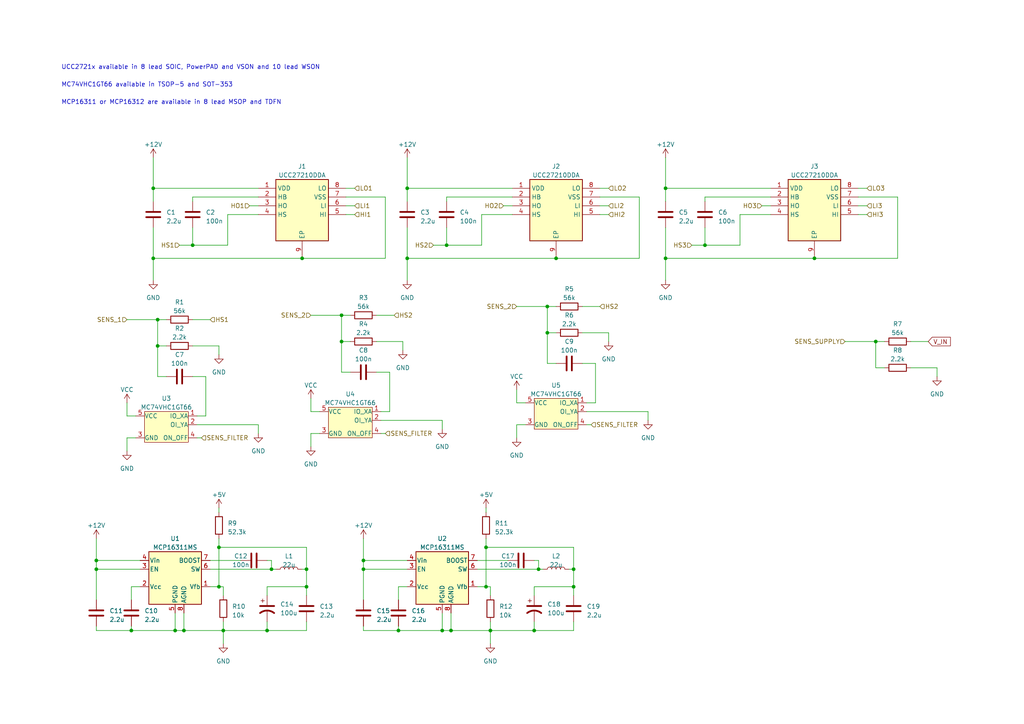
<source format=kicad_sch>
(kicad_sch (version 20230121) (generator eeschema)
  (paper "A4")
  (lib_symbols
    (symbol "Device:C" (pin_numbers hide) (pin_names (offset 0.254))
      (property "Reference" "C" (at 0.635 2.54 0))
      (property "Value" "C" (at 0.635 -2.54 0))
      (symbol "C_0_1"
        (polyline (pts (xy -2.032 -0.762) (xy 2.032 -0.762)) (stroke (width 0.508)))
        (polyline (pts (xy -2.032 0.762) (xy 2.032 0.762)) (stroke (width 0.508)))
      )
      (symbol "C_1_1"
        (pin passive line (at 0 3.81 270) (length 2.794) (name "~") (number "1"))
        (pin passive line (at 0 -3.81 90) (length 2.794) (name "~") (number "2"))
      )
    )
    (symbol "Device:C_Polarized_US" (pin_numbers hide) (pin_names (offset 0.254) hide)
      (property "Reference" "C" (at 0.635 2.54 0))
      (property "Value" "C_Polarized_US" (at 0.635 -2.54 0))
      (symbol "C_Polarized_US_0_1"
        (polyline (pts (xy -2.032 0.762) (xy 2.032 0.762)) (stroke (width 0.508)))
        (polyline (pts (xy -1.778 2.286) (xy -0.762 2.286)))
        (polyline (pts (xy -1.27 1.778) (xy -1.27 2.794)))
        (arc (start 2.032 -1.27) (mid 0 -0.5572) (end -2.032 -1.27) (stroke (width 0.508)))
      )
      (symbol "C_Polarized_US_1_1"
        (pin passive line (at 0 3.81 270) (length 2.794) (name "~") (number "1"))
        (pin passive line (at 0 -3.81 90) (length 3.302) (name "~") (number "2"))
      )
    )
    (symbol "Device:L" (pin_numbers hide) (pin_names (offset 1.016) hide)
      (property "Reference" "L" (at -1.27 0 90))
      (property "Value" "L" (at 1.905 0 90))
      (symbol "L_0_1"
        (arc (start 0 -2.54) (mid 0.6323 -1.905) (end 0 -1.27))
        (arc (start 0 -1.27) (mid 0.6323 -0.635) (end 0 0))
        (arc (start 0 0) (mid 0.6323 0.635) (end 0 1.27))
        (arc (start 0 1.27) (mid 0.6323 1.905) (end 0 2.54))
      )
      (symbol "L_1_1"
        (pin passive line (at 0 3.81 270) (length 1.27) (name "1") (number "1"))
        (pin passive line (at 0 -3.81 90) (length 1.27) (name "2") (number "2"))
      )
    )
    (symbol "Device:R" (pin_numbers hide) (pin_names (offset 0))
      (property "Reference" "R" (at 2.032 0 90))
      (property "Value" "R" (at 0 0 90))
      (symbol "R_0_1"
        (rectangle (start -1.016 -2.54) (end 1.016 2.54) (stroke (width 0.254)))
      )
      (symbol "R_1_1"
        (pin passive line (at 0 3.81 270) (length 1.27) (name "~") (number "1"))
        (pin passive line (at 0 -3.81 90) (length 1.27) (name "~") (number "2"))
      )
    )
    (symbol "Regulator_Switching:MCP16311MS" (pin_names (offset 0.254))
      (property "Reference" "U" (at -7.62 11.43 0))
      (property "Value" "MCP16311MS" (at 0 11.43 0))
      (symbol "MCP16311MS_0_1"
        (rectangle (start -7.62 10.16) (end 7.62 -5.08) (stroke (width 0.254)) (fill (type background)))
      )
      (symbol "MCP16311MS_1_1"
        (pin input line (at 10.16 0 180) (length 2.54) (name "Vfb") (number "1"))
        (pin power_out line (at -10.16 0 0) (length 2.54) (name "Vcc") (number "2"))
        (pin input line (at -10.16 5.08 0) (length 2.54) (name "EN") (number "3"))
        (pin power_in line (at -10.16 7.62 0) (length 2.54) (name "Vin") (number "4"))
        (pin power_in line (at 0 -7.62 90) (length 2.54) (name "PGND") (number "5"))
        (pin output line (at 10.16 5.08 180) (length 2.54) (name "SW") (number "6"))
        (pin output line (at 10.16 7.62 180) (length 2.54) (name "BOOST") (number "7"))
        (pin power_in line (at 2.54 -7.62 90) (length 2.54) (name "AGND") (number "8"))
      )
    )
    (symbol "power:+12V" (power) (pin_names (offset 0))
      (property "Value" "+12V" (at 0 3.556 0))
      (symbol "+12V_0_1"
        (polyline (pts (xy -0.762 1.27) (xy 0 2.54)))
        (polyline (pts (xy 0 0) (xy 0 2.54)))
        (polyline (pts (xy 0 2.54) (xy 0.762 1.27)))
      )
      (symbol "+12V_1_1"
        (pin power_in line (at 0 0 90) (length 0) hide (name "+12V") (number "1"))
      )
    )
    (symbol "power:+5V" (power) (pin_names (offset 0))
      (property "Value" "+5V" (at 0 3.556 0))
      (symbol "+5V_0_1"
        (polyline (pts (xy -0.762 1.27) (xy 0 2.54)))
        (polyline (pts (xy 0 0) (xy 0 2.54)))
        (polyline (pts (xy 0 2.54) (xy 0.762 1.27)))
      )
      (symbol "+5V_1_1"
        (pin power_in line (at 0 0 90) (length 0) hide (name "+5V") (number "1"))
      )
    )
    (symbol "power:GND" (power) (pin_names (offset 0))
      (property "Value" "GND" (at 0 -3.81 0))
      (symbol "GND_0_1"
        (polyline (pts (xy 0 0) (xy 0 -1.27) (xy 1.27 -1.27) (xy 0 -2.54) (xy -1.27 -1.27) (xy 0 -1.27)))
      )
      (symbol "GND_1_1"
        (pin power_in line (at 0 0 270) (length 0) hide (name "GND") (number "1"))
      )
    )
    (symbol "power:VCC" (power) (pin_names (offset 0))
      (property "Value" "VCC" (at 0 3.81 0))
      (symbol "VCC_0_1"
        (polyline (pts (xy -0.762 1.27) (xy 0 2.54)))
        (polyline (pts (xy 0 0) (xy 0 2.54)))
        (polyline (pts (xy 0 2.54) (xy 0.762 1.27)))
      )
      (symbol "VCC_1_1"
        (pin power_in line (at 0 0 90) (length 0) hide (name "VCC") (number "1"))
      )
    )
    (symbol "project_library:MC74VHC1GT66" (pin_names (offset 0.002))
      (property "Reference" "U" (at 0 10.16 0))
      (property "Value" "MC74VHC1GT66" (at 0 7.62 0))
      (symbol "MC74VHC1GT66_0_0"
        (pin unspecified line (at 8.89 3.81 180) (length 2.54) (name "IO_XA") (number "1"))
        (pin unspecified line (at 8.89 -2.54 180) (length 2.54) (name "ON_OFF") (number "4"))
      )
      (symbol "MC74VHC1GT66_1_0"
        (pin unspecified line (at 8.89 1.27 180) (length 2.54) (name "OI_YA") (number "2"))
        (pin unspecified line (at -8.89 -2.54 0) (length 2.54) (name "GND") (number "3"))
        (pin unspecified line (at -8.89 3.81 0) (length 2.54) (name "VCC") (number "5"))
      )
      (symbol "MC74VHC1GT66_1_1"
        (rectangle (start -6.35 5.08) (end 6.35 -3.81) (fill (type background)))
      )
    )
    (symbol "project_library:UCC27210DDA"
      (property "Reference" "J" (at 21.59 7.62 0))
      (property "Value" "UCC27210DDA" (at 21.59 5.08 0))
      (symbol "UCC27210DDA_1_1"
        (rectangle (start 5.08 2.54) (end 20.32 -15.24) (stroke (width 0.254)) (fill (type background)))
        (pin passive line (at 0 0 0) (length 5.08) (name "VDD") (number "1"))
        (pin passive line (at 0 -2.54 0) (length 5.08) (name "HB") (number "2"))
        (pin passive line (at 0 -5.08 0) (length 5.08) (name "HO") (number "3"))
        (pin passive line (at 0 -7.62 0) (length 5.08) (name "HS") (number "4"))
        (pin passive line (at 25.4 -7.62 180) (length 5.08) (name "HI") (number "5"))
        (pin passive line (at 25.4 -5.08 180) (length 5.08) (name "LI") (number "6"))
        (pin passive line (at 25.4 -2.54 180) (length 5.08) (name "VSS") (number "7"))
        (pin passive line (at 25.4 0 180) (length 5.08) (name "LO") (number "8"))
        (pin passive line (at 12.7 -20.32 90) (length 5.08) (name "EP") (number "9"))
      )
    )
  )
  (junction (at 158.75 96.52))
  (junction (at 55.88 71.12))
  (junction (at 193.04 74.93))
  (junction (at 99.06 91.44))
  (junction (at 99.06 99.06))
  (junction (at 88.9 165.1))
  (junction (at 236.22 74.93))
  (junction (at 77.47 182.88))
  (junction (at 53.34 182.88))
  (junction (at 78.74 165.1))
  (junction (at 105.41 165.1))
  (junction (at 140.97 170.18))
  (junction (at 142.24 182.88))
  (junction (at 88.9 170.18))
  (junction (at 63.5 170.18))
  (junction (at 156.21 165.1))
  (junction (at 128.27 182.88))
  (junction (at 193.04 54.61))
  (junction (at 118.11 74.93))
  (junction (at 44.45 74.93))
  (junction (at 44.45 54.61))
  (junction (at 87.63 74.93))
  (junction (at 27.94 165.1))
  (junction (at 254 99.06))
  (junction (at 27.94 162.56))
  (junction (at 63.5 158.75))
  (junction (at 158.75 88.9))
  (junction (at 166.37 165.1))
  (junction (at 166.37 170.18))
  (junction (at 204.47 71.12))
  (junction (at 129.54 71.12))
  (junction (at 38.1 182.88))
  (junction (at 161.29 74.93))
  (junction (at 45.72 92.71))
  (junction (at 105.41 162.56))
  (junction (at 64.77 182.88))
  (junction (at 50.8 182.88))
  (junction (at 154.94 182.88))
  (junction (at 130.81 182.88))
  (junction (at 118.11 54.61))
  (junction (at 140.97 158.75))
  (junction (at 115.57 182.88))
  (junction (at 45.72 100.33))
  (wire (pts (xy 57.15 123.19) (xy 74.93 123.19)))
  (wire (pts (xy 142.24 170.18) (xy 142.24 172.72)))
  (wire (pts (xy 48.26 109.22) (xy 45.72 109.22)))
  (wire (pts (xy 115.57 170.18) (xy 115.57 173.99)))
  (wire (pts (xy 193.04 54.61) (xy 223.52 54.61)))
  (wire (pts (xy 154.94 162.56) (xy 156.21 162.56)))
  (wire (pts (xy 110.49 125.73) (xy 111.76 125.73)))
  (wire (pts (xy 193.04 45.72) (xy 193.04 54.61)))
  (wire (pts (xy 36.83 127) (xy 36.83 130.81)))
  (wire (pts (xy 80.01 165.1) (xy 78.74 165.1)))
  (wire (pts (xy 77.47 182.88) (xy 88.9 182.88)))
  (wire (pts (xy 64.77 170.18) (xy 64.77 172.72)))
  (wire (pts (xy 57.15 127) (xy 58.42 127)))
  (wire (pts (xy 63.5 100.33) (xy 63.5 102.87)))
  (wire (pts (xy 64.77 180.34) (xy 64.77 182.88)))
  (wire (pts (xy 154.94 180.34) (xy 154.94 182.88)))
  (wire (pts (xy 254 99.06) (xy 256.54 99.06)))
  (wire (pts (xy 130.81 182.88) (xy 142.24 182.88)))
  (wire (pts (xy 99.06 99.06) (xy 101.6 99.06)))
  (wire (pts (xy 60.96 162.56) (xy 69.85 162.56)))
  (wire (pts (xy 264.16 99.06) (xy 269.24 99.06)))
  (wire (pts (xy 53.34 177.8) (xy 53.34 182.88)))
  (wire (pts (xy 44.45 58.42) (xy 44.45 54.61)))
  (wire (pts (xy 140.97 147.32) (xy 140.97 148.59)))
  (wire (pts (xy 248.92 54.61) (xy 251.46 54.61)))
  (wire (pts (xy 214.63 62.23) (xy 223.52 62.23)))
  (wire (pts (xy 142.24 180.34) (xy 142.24 182.88)))
  (wire (pts (xy 113.03 119.38) (xy 113.03 107.95)))
  (wire (pts (xy 100.33 59.69) (xy 102.87 59.69)))
  (wire (pts (xy 166.37 165.1) (xy 166.37 158.75)))
  (wire (pts (xy 157.48 165.1) (xy 156.21 165.1)))
  (wire (pts (xy 118.11 165.1) (xy 105.41 165.1)))
  (wire (pts (xy 128.27 177.8) (xy 128.27 182.88)))
  (wire (pts (xy 149.86 88.9) (xy 158.75 88.9)))
  (wire (pts (xy 187.96 119.38) (xy 187.96 121.92)))
  (wire (pts (xy 193.04 58.42) (xy 193.04 54.61)))
  (wire (pts (xy 139.7 71.12) (xy 139.7 62.23)))
  (wire (pts (xy 45.72 100.33) (xy 48.26 100.33)))
  (wire (pts (xy 90.17 125.73) (xy 90.17 129.54)))
  (wire (pts (xy 152.4 116.84) (xy 149.86 116.84)))
  (wire (pts (xy 173.99 54.61) (xy 176.53 54.61)))
  (wire (pts (xy 27.94 165.1) (xy 27.94 173.99)))
  (wire (pts (xy 27.94 181.61) (xy 27.94 182.88)))
  (wire (pts (xy 55.88 58.42) (xy 55.88 57.15)))
  (wire (pts (xy 40.64 170.18) (xy 38.1 170.18)))
  (wire (pts (xy 45.72 92.71) (xy 48.26 92.71)))
  (wire (pts (xy 139.7 62.23) (xy 148.59 62.23)))
  (wire (pts (xy 72.39 59.69) (xy 74.93 59.69)))
  (wire (pts (xy 44.45 45.72) (xy 44.45 54.61)))
  (wire (pts (xy 264.16 106.68) (xy 271.78 106.68)))
  (wire (pts (xy 105.41 165.1) (xy 105.41 173.99)))
  (wire (pts (xy 55.88 100.33) (xy 63.5 100.33)))
  (wire (pts (xy 45.72 109.22) (xy 45.72 100.33)))
  (wire (pts (xy 158.75 88.9) (xy 161.29 88.9)))
  (wire (pts (xy 248.92 57.15) (xy 260.35 57.15)))
  (wire (pts (xy 52.07 71.12) (xy 55.88 71.12)))
  (wire (pts (xy 214.63 71.12) (xy 214.63 62.23)))
  (wire (pts (xy 204.47 57.15) (xy 223.52 57.15)))
  (wire (pts (xy 172.72 116.84) (xy 172.72 105.41)))
  (wire (pts (xy 248.92 59.69) (xy 251.46 59.69)))
  (wire (pts (xy 154.94 170.18) (xy 166.37 170.18)))
  (wire (pts (xy 165.1 165.1) (xy 166.37 165.1)))
  (wire (pts (xy 27.94 182.88) (xy 38.1 182.88)))
  (wire (pts (xy 109.22 107.95) (xy 113.03 107.95)))
  (wire (pts (xy 105.41 182.88) (xy 115.57 182.88)))
  (wire (pts (xy 118.11 74.93) (xy 161.29 74.93)))
  (wire (pts (xy 59.69 120.65) (xy 59.69 109.22)))
  (wire (pts (xy 38.1 182.88) (xy 38.1 181.61)))
  (wire (pts (xy 77.47 172.72) (xy 77.47 170.18)))
  (wire (pts (xy 170.18 116.84) (xy 172.72 116.84)))
  (wire (pts (xy 77.47 162.56) (xy 78.74 162.56)))
  (wire (pts (xy 129.54 66.04) (xy 129.54 71.12)))
  (wire (pts (xy 100.33 57.15) (xy 111.76 57.15)))
  (wire (pts (xy 63.5 147.32) (xy 63.5 148.59)))
  (wire (pts (xy 99.06 99.06) (xy 99.06 91.44)))
  (wire (pts (xy 138.43 165.1) (xy 156.21 165.1)))
  (wire (pts (xy 158.75 96.52) (xy 161.29 96.52)))
  (wire (pts (xy 88.9 170.18) (xy 88.9 172.72)))
  (wire (pts (xy 109.22 91.44) (xy 114.3 91.44)))
  (wire (pts (xy 74.93 123.19) (xy 74.93 125.73)))
  (wire (pts (xy 64.77 182.88) (xy 64.77 186.69)))
  (wire (pts (xy 168.91 96.52) (xy 176.53 96.52)))
  (wire (pts (xy 142.24 182.88) (xy 154.94 182.88)))
  (wire (pts (xy 55.88 57.15) (xy 74.93 57.15)))
  (wire (pts (xy 128.27 121.92) (xy 128.27 124.46)))
  (wire (pts (xy 50.8 177.8) (xy 50.8 182.88)))
  (wire (pts (xy 77.47 170.18) (xy 88.9 170.18)))
  (wire (pts (xy 88.9 180.34) (xy 88.9 182.88)))
  (wire (pts (xy 40.64 165.1) (xy 27.94 165.1)))
  (wire (pts (xy 142.24 182.88) (xy 142.24 186.69)))
  (wire (pts (xy 53.34 182.88) (xy 64.77 182.88)))
  (wire (pts (xy 64.77 182.88) (xy 77.47 182.88)))
  (wire (pts (xy 193.04 74.93) (xy 236.22 74.93)))
  (wire (pts (xy 245.11 99.06) (xy 254 99.06)))
  (wire (pts (xy 90.17 119.38) (xy 90.17 115.57)))
  (wire (pts (xy 44.45 54.61) (xy 74.93 54.61)))
  (wire (pts (xy 166.37 165.1) (xy 166.37 170.18)))
  (wire (pts (xy 45.72 100.33) (xy 45.72 92.71)))
  (wire (pts (xy 146.05 59.69) (xy 148.59 59.69)))
  (wire (pts (xy 204.47 58.42) (xy 204.47 57.15)))
  (wire (pts (xy 66.04 62.23) (xy 74.93 62.23)))
  (wire (pts (xy 115.57 182.88) (xy 115.57 181.61)))
  (wire (pts (xy 63.5 170.18) (xy 64.77 170.18)))
  (wire (pts (xy 138.43 162.56) (xy 147.32 162.56)))
  (wire (pts (xy 125.73 71.12) (xy 129.54 71.12)))
  (wire (pts (xy 44.45 66.04) (xy 44.45 74.93)))
  (wire (pts (xy 129.54 71.12) (xy 139.7 71.12)))
  (wire (pts (xy 118.11 58.42) (xy 118.11 54.61)))
  (wire (pts (xy 60.96 170.18) (xy 63.5 170.18)))
  (wire (pts (xy 27.94 162.56) (xy 40.64 162.56)))
  (wire (pts (xy 38.1 170.18) (xy 38.1 173.99)))
  (wire (pts (xy 168.91 105.41) (xy 172.72 105.41)))
  (wire (pts (xy 105.41 162.56) (xy 118.11 162.56)))
  (wire (pts (xy 116.84 99.06) (xy 116.84 101.6)))
  (wire (pts (xy 63.5 158.75) (xy 63.5 170.18)))
  (wire (pts (xy 170.18 123.19) (xy 171.45 123.19)))
  (wire (pts (xy 140.97 158.75) (xy 140.97 170.18)))
  (wire (pts (xy 111.76 74.93) (xy 87.63 74.93)))
  (wire (pts (xy 118.11 170.18) (xy 115.57 170.18)))
  (wire (pts (xy 260.35 57.15) (xy 260.35 74.93)))
  (wire (pts (xy 254 106.68) (xy 256.54 106.68)))
  (wire (pts (xy 170.18 119.38) (xy 187.96 119.38)))
  (wire (pts (xy 118.11 74.93) (xy 118.11 81.28)))
  (wire (pts (xy 55.88 71.12) (xy 66.04 71.12)))
  (wire (pts (xy 110.49 121.92) (xy 128.27 121.92)))
  (wire (pts (xy 105.41 156.21) (xy 105.41 162.56)))
  (wire (pts (xy 149.86 116.84) (xy 149.86 113.03)))
  (wire (pts (xy 88.9 165.1) (xy 88.9 170.18)))
  (wire (pts (xy 78.74 162.56) (xy 78.74 165.1)))
  (wire (pts (xy 204.47 71.12) (xy 214.63 71.12)))
  (wire (pts (xy 173.99 57.15) (xy 185.42 57.15)))
  (wire (pts (xy 204.47 66.04) (xy 204.47 71.12)))
  (wire (pts (xy 154.94 182.88) (xy 166.37 182.88)))
  (wire (pts (xy 36.83 92.71) (xy 45.72 92.71)))
  (wire (pts (xy 92.71 119.38) (xy 90.17 119.38)))
  (wire (pts (xy 39.37 120.65) (xy 36.83 120.65)))
  (wire (pts (xy 166.37 180.34) (xy 166.37 182.88)))
  (wire (pts (xy 27.94 165.1) (xy 27.94 162.56)))
  (wire (pts (xy 154.94 172.72) (xy 154.94 170.18)))
  (wire (pts (xy 129.54 58.42) (xy 129.54 57.15)))
  (wire (pts (xy 254 106.68) (xy 254 99.06)))
  (wire (pts (xy 77.47 180.34) (xy 77.47 182.88)))
  (wire (pts (xy 44.45 74.93) (xy 87.63 74.93)))
  (wire (pts (xy 99.06 107.95) (xy 99.06 99.06)))
  (wire (pts (xy 193.04 66.04) (xy 193.04 74.93)))
  (wire (pts (xy 55.88 92.71) (xy 60.96 92.71)))
  (wire (pts (xy 90.17 91.44) (xy 99.06 91.44)))
  (wire (pts (xy 118.11 66.04) (xy 118.11 74.93)))
  (wire (pts (xy 149.86 123.19) (xy 149.86 127)))
  (wire (pts (xy 111.76 57.15) (xy 111.76 74.93)))
  (wire (pts (xy 92.71 125.73) (xy 90.17 125.73)))
  (wire (pts (xy 87.63 165.1) (xy 88.9 165.1)))
  (wire (pts (xy 138.43 170.18) (xy 140.97 170.18)))
  (wire (pts (xy 260.35 74.93) (xy 236.22 74.93)))
  (wire (pts (xy 118.11 54.61) (xy 148.59 54.61)))
  (wire (pts (xy 129.54 57.15) (xy 148.59 57.15)))
  (wire (pts (xy 173.99 59.69) (xy 176.53 59.69)))
  (wire (pts (xy 110.49 119.38) (xy 113.03 119.38)))
  (wire (pts (xy 220.98 59.69) (xy 223.52 59.69)))
  (wire (pts (xy 161.29 105.41) (xy 158.75 105.41)))
  (wire (pts (xy 185.42 57.15) (xy 185.42 74.93)))
  (wire (pts (xy 38.1 182.88) (xy 50.8 182.88)))
  (wire (pts (xy 55.88 109.22) (xy 59.69 109.22)))
  (wire (pts (xy 140.97 170.18) (xy 142.24 170.18)))
  (wire (pts (xy 200.66 71.12) (xy 204.47 71.12)))
  (wire (pts (xy 166.37 158.75) (xy 140.97 158.75)))
  (wire (pts (xy 39.37 127) (xy 36.83 127)))
  (wire (pts (xy 118.11 45.72) (xy 118.11 54.61)))
  (wire (pts (xy 50.8 182.88) (xy 53.34 182.88)))
  (wire (pts (xy 63.5 156.21) (xy 63.5 158.75)))
  (wire (pts (xy 166.37 170.18) (xy 166.37 172.72)))
  (wire (pts (xy 271.78 106.68) (xy 271.78 109.22)))
  (wire (pts (xy 57.15 120.65) (xy 59.69 120.65)))
  (wire (pts (xy 100.33 62.23) (xy 102.87 62.23)))
  (wire (pts (xy 185.42 74.93) (xy 161.29 74.93)))
  (wire (pts (xy 193.04 74.93) (xy 193.04 81.28)))
  (wire (pts (xy 248.92 62.23) (xy 251.46 62.23)))
  (wire (pts (xy 140.97 156.21) (xy 140.97 158.75)))
  (wire (pts (xy 130.81 177.8) (xy 130.81 182.88)))
  (wire (pts (xy 88.9 158.75) (xy 63.5 158.75)))
  (wire (pts (xy 173.99 62.23) (xy 176.53 62.23)))
  (wire (pts (xy 66.04 71.12) (xy 66.04 62.23)))
  (wire (pts (xy 152.4 123.19) (xy 149.86 123.19)))
  (wire (pts (xy 99.06 91.44) (xy 101.6 91.44)))
  (wire (pts (xy 27.94 156.21) (xy 27.94 162.56)))
  (wire (pts (xy 44.45 74.93) (xy 44.45 81.28)))
  (wire (pts (xy 109.22 99.06) (xy 116.84 99.06)))
  (wire (pts (xy 105.41 165.1) (xy 105.41 162.56)))
  (wire (pts (xy 115.57 182.88) (xy 128.27 182.88)))
  (wire (pts (xy 100.33 54.61) (xy 102.87 54.61)))
  (wire (pts (xy 158.75 96.52) (xy 158.75 88.9)))
  (wire (pts (xy 36.83 120.65) (xy 36.83 116.84)))
  (wire (pts (xy 101.6 107.95) (xy 99.06 107.95)))
  (wire (pts (xy 88.9 165.1) (xy 88.9 158.75)))
  (wire (pts (xy 158.75 105.41) (xy 158.75 96.52)))
  (wire (pts (xy 128.27 182.88) (xy 130.81 182.88)))
  (wire (pts (xy 176.53 96.52) (xy 176.53 99.06)))
  (wire (pts (xy 55.88 66.04) (xy 55.88 71.12)))
  (wire (pts (xy 156.21 162.56) (xy 156.21 165.1)))
  (wire (pts (xy 168.91 88.9) (xy 173.99 88.9)))
  (wire (pts (xy 60.96 165.1) (xy 78.74 165.1)))
  (wire (pts (xy 105.41 181.61) (xy 105.41 182.88)))
  (text "MC74VHC1GT66 available in TSOP-5 and SOT-353" (at 17.78 25.4 0) (effects (font (size 1.27 1.27)) (justify left bottom)))
  (text "MCP16311 or MCP16312 are available in 8 lead MSOP and TDFN" (at 17.78 30.48 0) (effects (font (size 1.27 1.27)) (justify left bottom)))
  (text "UCC2721x available in 8 lead SOIC, PowerPAD and VSON and 10 lead WSON" (at 17.78 20.32 0) (effects (font (size 1.27 1.27)) (justify left bottom)))
  (global_label "V_IN" (shape input) (at 269.24 99.06 0) (property "Intersheetrefs" "${INTERSHEET_REFS}" (effects hide)))
  (hierarchical_label "LO1" (shape input) (at 102.87 54.61 0))
  (hierarchical_label "HS2" (shape input) (at 114.3 91.44 0))
  (hierarchical_label "HI1" (shape input) (at 102.87 62.23 0))
  (hierarchical_label "HS2" (shape input) (at 173.99 88.9 0))
  (hierarchical_label "LO2" (shape input) (at 176.53 54.61 0))
  (hierarchical_label "HS2" (shape input) (at 125.73 71.12 180))
  (hierarchical_label "HO2" (shape input) (at 146.05 59.69 180))
  (hierarchical_label "SENS_SUPPLY" (shape input) (at 245.11 99.06 180))
  (hierarchical_label "LO3" (shape input) (at 251.46 54.61 0))
  (hierarchical_label "HO1" (shape input) (at 72.39 59.69 180))
  (hierarchical_label "SENS_2" (shape input) (at 90.17 91.44 180))
  (hierarchical_label "HI2" (shape input) (at 176.53 62.23 0))
  (hierarchical_label "SENS_FILTER" (shape input) (at 171.45 123.19 0))
  (hierarchical_label "HS1" (shape input) (at 60.96 92.71 0))
  (hierarchical_label "SENS_FILTER" (shape input) (at 58.42 127 0))
  (hierarchical_label "HS1" (shape input) (at 52.07 71.12 180))
  (hierarchical_label "SENS_1" (shape input) (at 36.83 92.71 180))
  (hierarchical_label "SENS_2" (shape input) (at 149.86 88.9 180))
  (hierarchical_label "SENS_FILTER" (shape input) (at 111.76 125.73 0))
  (hierarchical_label "LI2" (shape input) (at 176.53 59.69 0))
  (hierarchical_label "HI3" (shape input) (at 251.46 62.23 0))
  (hierarchical_label "HS3" (shape input) (at 200.66 71.12 180))
  (hierarchical_label "LI3" (shape input) (at 251.46 59.69 0))
  (hierarchical_label "HO3" (shape input) (at 220.98 59.69 180))
  (hierarchical_label "LI1" (shape input) (at 102.87 59.69 0))
  (symbol (lib_id "Device:C") (at 88.9 176.53 180) (unit 1)
    (property "Reference" "C13" (at 92.71 175.895 0) (effects (justify right)))
    (property "Value" "2.2u" (at 92.71 178.435 0) (effects (justify right)))
    (property "Footprint" "Capacitor_SMD:C_0805_2012Metric" (effects hide))
  )
  (symbol (lib_id "project_library:UCC27210DDA") (at 148.59 54.61 0) (unit 1)
    (property "Reference" "J2" (at 161.29 48.26 0))
    (property "Value" "UCC27210DDA" (at 161.29 50.8 0))
    (property "Footprint" "Package_SO:SOIC-8-1EP_3.9x4.9mm_P1.27mm_EP2.41x3.3mm" (effects hide))
    (property "Datasheet" "http://www.ti.com/lit/gpn/ucc27210" (effects hide))
    (property "Height" "1.7" (effects hide))
    (property "Manufacturer_Name" "Texas Instruments" (effects hide))
    (property "Manufacturer_Part_Number" "UCC27210DDA" (effects hide))
    (property "Mouser Part Number" "595-UCC27210DDA" (effects hide))
    (property "Mouser Price/Stock" "https://www.mouser.co.uk/ProductDetail/Texas-Instruments/UCC27210DDA?qs=5kMjoDYFkggMphRkpW9QQA%3D%3D" (effects hide))
    (property "Arrow Part Number" "UCC27210DDA" (effects hide))
    (property "Arrow Price/Stock" "https://www.arrow.com/en/products/ucc27210dda/texas-instruments?region=nac" (effects hide))
  )
  (symbol (lib_id "Device:L") (at 83.82 165.1 90) (unit 1)
    (property "Reference" "L1" (at 83.82 161.29 90))
    (property "Value" "22u" (at 83.82 163.83 90))
    (property "Footprint" "Inductor_SMD:L_0805_2012Metric" (effects hide))
  )
  (symbol (lib_id "project_library:UCC27210DDA") (at 223.52 54.61 0) (unit 1)
    (property "Reference" "J3" (at 236.22 48.26 0))
    (property "Value" "UCC27210DDA" (at 236.22 50.8 0))
    (property "Footprint" "Package_SO:SOIC-8-1EP_3.9x4.9mm_P1.27mm_EP2.41x3.3mm" (effects hide))
    (property "Datasheet" "http://www.ti.com/lit/gpn/ucc27210" (effects hide))
    (property "Height" "1.7" (effects hide))
    (property "Manufacturer_Name" "Texas Instruments" (effects hide))
    (property "Manufacturer_Part_Number" "UCC27210DDA" (effects hide))
    (property "Mouser Part Number" "595-UCC27210DDA" (effects hide))
    (property "Mouser Price/Stock" "https://www.mouser.co.uk/ProductDetail/Texas-Instruments/UCC27210DDA?qs=5kMjoDYFkggMphRkpW9QQA%3D%3D" (effects hide))
    (property "Arrow Part Number" "UCC27210DDA" (effects hide))
    (property "Arrow Price/Stock" "https://www.arrow.com/en/products/ucc27210dda/texas-instruments?region=nac" (effects hide))
  )
  (symbol (lib_id "power:+12V") (at 193.04 45.72 0) (unit 1)
    (property "Reference" "#PWR05" (effects hide))
    (property "Value" "+12V" (at 193.04 41.91 0))
  )
  (symbol (lib_id "power:+12V") (at 118.11 45.72 0) (unit 1)
    (property "Reference" "#PWR03" (effects hide))
    (property "Value" "+12V" (at 118.11 41.91 0))
  )
  (symbol (lib_id "power:+12V") (at 27.94 156.21 0) (unit 1)
    (property "Reference" "#PWR021" (effects hide))
    (property "Value" "+12V" (at 27.94 152.4 0))
  )
  (symbol (lib_id "Device:C") (at 55.88 62.23 0) (unit 1)
    (property "Reference" "C2" (at 59.69 61.595 0) (effects (justify left)))
    (property "Value" "100n" (at 59.69 64.135 0) (effects (justify left)))
    (property "Footprint" "Capacitor_SMD:C_0805_2012Metric" (effects hide))
  )
  (symbol (lib_id "power:GND") (at 128.27 124.46 0) (unit 1)
    (property "Reference" "#PWR014" (effects hide))
    (property "Value" "GND" (at 128.27 129.54 0))
  )
  (symbol (lib_id "power:GND") (at 118.11 81.28 0) (unit 1)
    (property "Reference" "#PWR04" (effects hide))
    (property "Value" "GND" (at 118.11 86.36 0))
  )
  (symbol (lib_id "Device:R") (at 52.07 92.71 90) (unit 1)
    (property "Reference" "R1" (at 52.07 87.63 90))
    (property "Value" "56k" (at 52.07 90.17 90))
    (property "Footprint" "Resistor_SMD:R_0805_2012Metric" (effects hide))
  )
  (symbol (lib_id "power:+12V") (at 44.45 45.72 0) (unit 1)
    (property "Reference" "#PWR01" (effects hide))
    (property "Value" "+12V" (at 44.45 41.91 0))
  )
  (symbol (lib_id "Device:R") (at 64.77 176.53 180) (unit 1)
    (property "Reference" "R10" (at 67.31 175.895 0) (effects (justify right)))
    (property "Value" "10k" (at 67.31 178.435 0) (effects (justify right)))
    (property "Footprint" "Resistor_SMD:R_0805_2012Metric" (effects hide))
  )
  (symbol (lib_id "Device:C") (at 165.1 105.41 90) (unit 1)
    (property "Reference" "C9" (at 165.1 99.06 90))
    (property "Value" "100n" (at 165.1 101.6 90))
    (property "Footprint" "Capacitor_SMD:C_0805_2012Metric" (effects hide))
  )
  (symbol (lib_id "Device:C") (at 105.41 177.8 0) (unit 1)
    (property "Reference" "C15" (at 109.22 177.165 0) (effects (justify left)))
    (property "Value" "2.2u" (at 109.22 179.705 0) (effects (justify left)))
    (property "Footprint" "Capacitor_SMD:C_0805_2012Metric" (effects hide))
  )
  (symbol (lib_id "Device:C") (at 151.13 162.56 270) (unit 1)
    (property "Reference" "C17" (at 147.32 161.29 90))
    (property "Value" "100n" (at 147.32 163.83 90))
    (property "Footprint" "Capacitor_SMD:C_0805_2012Metric" (effects hide))
  )
  (symbol (lib_id "Device:C_Polarized_US") (at 77.47 176.53 0) (unit 1)
    (property "Reference" "C14" (at 81.28 175.26 0) (effects (justify left)))
    (property "Value" "100u" (at 81.28 177.8 0) (effects (justify left)))
    (property "Footprint" "Capacitor_SMD:CP_Elec_6.3x7.7" (effects hide))
  )
  (symbol (lib_id "power:+5V") (at 140.97 147.32 0) (unit 1)
    (property "Reference" "#PWR024" (effects hide))
    (property "Value" "+5V" (at 140.97 143.51 0))
  )
  (symbol (lib_id "project_library:UCC27210DDA") (at 74.93 54.61 0) (unit 1)
    (property "Reference" "J1" (at 87.63 48.26 0))
    (property "Value" "UCC27210DDA" (at 87.63 50.8 0))
    (property "Footprint" "Package_SO:SOIC-8-1EP_3.9x4.9mm_P1.27mm_EP2.41x3.3mm" (effects hide))
    (property "Datasheet" "http://www.ti.com/lit/gpn/ucc27210" (effects hide))
    (property "Height" "1.7" (effects hide))
    (property "Manufacturer_Name" "Texas Instruments" (effects hide))
    (property "Manufacturer_Part_Number" "UCC27210DDA" (effects hide))
    (property "Mouser Part Number" "595-UCC27210DDA" (effects hide))
    (property "Mouser Price/Stock" "https://www.mouser.co.uk/ProductDetail/Texas-Instruments/UCC27210DDA?qs=5kMjoDYFkggMphRkpW9QQA%3D%3D" (effects hide))
    (property "Arrow Part Number" "UCC27210DDA" (effects hide))
    (property "Arrow Price/Stock" "https://www.arrow.com/en/products/ucc27210dda/texas-instruments?region=nac" (effects hide))
  )
  (symbol (lib_id "Regulator_Switching:MCP16311MS") (at 128.27 170.18 0) (unit 1)
    (property "Reference" "U2" (at 128.27 156.21 0))
    (property "Value" "MCP16311MS" (at 128.27 158.75 0))
    (property "Footprint" "Package_SO:MSOP-8_3x3mm_P0.65mm" (effects hide))
    (property "Datasheet" "http://ww1.microchip.com/downloads/en/DeviceDoc/20005255B.pdf" (effects hide))
  )
  (symbol (lib_id "Device:C") (at 73.66 162.56 270) (unit 1)
    (property "Reference" "C12" (at 69.85 161.29 90))
    (property "Value" "100n" (at 69.85 163.83 90))
    (property "Footprint" "Capacitor_SMD:C_0805_2012Metric" (effects hide))
  )
  (symbol (lib_id "Device:C") (at 38.1 177.8 0) (unit 1)
    (property "Reference" "C10" (at 41.91 177.165 0) (effects (justify left)))
    (property "Value" "2.2u" (at 41.91 179.705 0) (effects (justify left)))
    (property "Footprint" "Capacitor_SMD:C_0805_2012Metric" (effects hide))
  )
  (symbol (lib_id "power:GND") (at 149.86 127 0) (unit 1)
    (property "Reference" "#PWR016" (effects hide))
    (property "Value" "GND" (at 149.86 132.08 0))
  )
  (symbol (lib_id "Device:C") (at 204.47 62.23 0) (unit 1)
    (property "Reference" "C6" (at 208.28 61.595 0) (effects (justify left)))
    (property "Value" "100n" (at 208.28 64.135 0) (effects (justify left)))
    (property "Footprint" "Capacitor_SMD:C_0805_2012Metric" (effects hide))
  )
  (symbol (lib_id "Device:C") (at 166.37 176.53 180) (unit 1)
    (property "Reference" "C19" (at 170.18 175.895 0) (effects (justify right)))
    (property "Value" "2.2u" (at 170.18 178.435 0) (effects (justify right)))
    (property "Footprint" "Capacitor_SMD:C_0805_2012Metric" (effects hide))
  )
  (symbol (lib_id "power:GND") (at 116.84 101.6 0) (unit 1)
    (property "Reference" "#PWR013" (effects hide))
    (property "Value" "GND" (at 116.84 106.68 0))
  )
  (symbol (lib_id "power:+5V") (at 63.5 147.32 0) (unit 1)
    (property "Reference" "#PWR022" (effects hide))
    (property "Value" "+5V" (at 63.5 143.51 0))
  )
  (symbol (lib_id "Device:C") (at 129.54 62.23 0) (unit 1)
    (property "Reference" "C4" (at 133.35 61.595 0) (effects (justify left)))
    (property "Value" "100n" (at 133.35 64.135 0) (effects (justify left)))
    (property "Footprint" "Capacitor_SMD:C_0805_2012Metric" (effects hide))
  )
  (symbol (lib_id "power:VCC") (at 36.83 116.84 0) (unit 1)
    (property "Reference" "#PWR07" (effects hide))
    (property "Value" "VCC" (at 36.83 113.03 0))
  )
  (symbol (lib_id "project_library:MC74VHC1GT66") (at 101.6 123.19 0) (unit 1)
    (property "Reference" "U4" (at 101.6 114.3 0))
    (property "Value" "MC74VHC1GT66" (at 101.6 116.84 0))
    (property "Footprint" "Package_TO_SOT_SMD:SOT-353_SC-70-5" (effects hide))
  )
  (symbol (lib_id "power:GND") (at 64.77 186.69 0) (unit 1)
    (property "Reference" "#PWR020" (effects hide))
    (property "Value" "GND" (at 64.77 191.77 0))
  )
  (symbol (lib_id "power:GND") (at 271.78 109.22 0) (unit 1)
    (property "Reference" "#PWR019" (effects hide))
    (property "Value" "GND" (at 271.78 114.3 0))
  )
  (symbol (lib_id "Device:R") (at 260.35 106.68 90) (unit 1)
    (property "Reference" "R8" (at 260.35 101.6 90))
    (property "Value" "2.2k" (at 260.35 104.14 90))
    (property "Footprint" "Resistor_SMD:R_0805_2012Metric" (effects hide))
  )
  (symbol (lib_id "power:GND") (at 193.04 81.28 0) (unit 1)
    (property "Reference" "#PWR06" (effects hide))
    (property "Value" "GND" (at 193.04 86.36 0))
  )
  (symbol (lib_id "Device:R") (at 52.07 100.33 90) (unit 1)
    (property "Reference" "R2" (at 52.07 95.25 90))
    (property "Value" "2.2k" (at 52.07 97.79 90))
    (property "Footprint" "Resistor_SMD:R_0805_2012Metric" (effects hide))
  )
  (symbol (lib_id "Device:R") (at 142.24 176.53 180) (unit 1)
    (property "Reference" "R12" (at 144.78 175.895 0) (effects (justify right)))
    (property "Value" "10k" (at 144.78 178.435 0) (effects (justify right)))
    (property "Footprint" "Resistor_SMD:R_0805_2012Metric" (effects hide))
  )
  (symbol (lib_id "Device:R") (at 165.1 96.52 90) (unit 1)
    (property "Reference" "R6" (at 165.1 91.44 90))
    (property "Value" "2.2k" (at 165.1 93.98 90))
    (property "Footprint" "Resistor_SMD:R_0805_2012Metric" (effects hide))
  )
  (symbol (lib_id "power:GND") (at 44.45 81.28 0) (unit 1)
    (property "Reference" "#PWR02" (effects hide))
    (property "Value" "GND" (at 44.45 86.36 0))
  )
  (symbol (lib_id "power:GND") (at 176.53 99.06 0) (unit 1)
    (property "Reference" "#PWR017" (effects hide))
    (property "Value" "GND" (at 176.53 104.14 0))
  )
  (symbol (lib_id "power:VCC") (at 90.17 115.57 0) (unit 1)
    (property "Reference" "#PWR011" (effects hide))
    (property "Value" "VCC" (at 90.17 111.76 0))
  )
  (symbol (lib_id "Device:C") (at 115.57 177.8 0) (unit 1)
    (property "Reference" "C16" (at 119.38 177.165 0) (effects (justify left)))
    (property "Value" "2.2u" (at 119.38 179.705 0) (effects (justify left)))
    (property "Footprint" "Capacitor_SMD:C_0805_2012Metric" (effects hide))
  )
  (symbol (lib_id "Device:R") (at 63.5 152.4 180) (unit 1)
    (property "Reference" "R9" (at 66.04 151.765 0) (effects (justify right)))
    (property "Value" "52.3k" (at 66.04 154.305 0) (effects (justify right)))
    (property "Footprint" "Resistor_SMD:R_0805_2012Metric" (effects hide))
  )
  (symbol (lib_id "power:GND") (at 36.83 130.81 0) (unit 1)
    (property "Reference" "#PWR010" (effects hide))
    (property "Value" "GND" (at 36.83 135.89 0))
  )
  (symbol (lib_id "project_library:MC74VHC1GT66") (at 48.26 124.46 0) (unit 1)
    (property "Reference" "U3" (at 48.26 115.57 0))
    (property "Value" "MC74VHC1GT66" (at 48.26 118.11 0))
    (property "Footprint" "Package_TO_SOT_SMD:SOT-353_SC-70-5" (effects hide))
  )
  (symbol (lib_id "power:+12V") (at 105.41 156.21 0) (unit 1)
    (property "Reference" "#PWR023" (effects hide))
    (property "Value" "+12V" (at 105.41 152.4 0))
  )
  (symbol (lib_id "Device:R") (at 105.41 99.06 90) (unit 1)
    (property "Reference" "R4" (at 105.41 93.98 90))
    (property "Value" "2.2k" (at 105.41 96.52 90))
    (property "Footprint" "Resistor_SMD:R_0805_2012Metric" (effects hide))
  )
  (symbol (lib_id "Device:R") (at 140.97 152.4 180) (unit 1)
    (property "Reference" "R11" (at 143.51 151.765 0) (effects (justify right)))
    (property "Value" "52.3k" (at 143.51 154.305 0) (effects (justify right)))
    (property "Footprint" "Resistor_SMD:R_0805_2012Metric" (effects hide))
  )
  (symbol (lib_id "Device:R") (at 165.1 88.9 90) (unit 1)
    (property "Reference" "R5" (at 165.1 83.82 90))
    (property "Value" "56k" (at 165.1 86.36 90))
    (property "Footprint" "Resistor_SMD:R_0805_2012Metric" (effects hide))
  )
  (symbol (lib_id "power:VCC") (at 149.86 113.03 0) (unit 1)
    (property "Reference" "#PWR015" (effects hide))
    (property "Value" "VCC" (at 149.86 109.22 0))
  )
  (symbol (lib_id "Device:C") (at 52.07 109.22 90) (unit 1)
    (property "Reference" "C7" (at 52.07 102.87 90))
    (property "Value" "100n" (at 52.07 105.41 90))
    (property "Footprint" "Capacitor_SMD:C_0805_2012Metric" (effects hide))
  )
  (symbol (lib_id "power:GND") (at 142.24 186.69 0) (unit 1)
    (property "Reference" "#PWR025" (effects hide))
    (property "Value" "GND" (at 142.24 191.77 0))
  )
  (symbol (lib_id "Device:C") (at 193.04 62.23 0) (unit 1)
    (property "Reference" "C5" (at 196.85 61.595 0) (effects (justify left)))
    (property "Value" "2.2u" (at 196.85 64.135 0) (effects (justify left)))
    (property "Footprint" "Capacitor_SMD:C_0805_2012Metric" (effects hide))
  )
  (symbol (lib_id "power:GND") (at 187.96 121.92 0) (unit 1)
    (property "Reference" "#PWR018" (effects hide))
    (property "Value" "GND" (at 187.96 127 0))
  )
  (symbol (lib_id "Device:L") (at 161.29 165.1 90) (unit 1)
    (property "Reference" "L2" (at 161.29 161.29 90))
    (property "Value" "22u" (at 161.29 163.83 90))
    (property "Footprint" "Inductor_SMD:L_0805_2012Metric" (effects hide))
  )
  (symbol (lib_id "Device:R") (at 260.35 99.06 90) (unit 1)
    (property "Reference" "R7" (at 260.35 93.98 90))
    (property "Value" "56k" (at 260.35 96.52 90))
    (property "Footprint" "Resistor_SMD:R_0805_2012Metric" (effects hide))
  )
  (symbol (lib_id "project_library:MC74VHC1GT66") (at 161.29 120.65 0) (unit 1)
    (property "Reference" "U5" (at 161.29 111.76 0))
    (property "Value" "MC74VHC1GT66" (at 161.29 114.3 0))
    (property "Footprint" "Package_TO_SOT_SMD:SOT-353_SC-70-5" (effects hide))
  )
  (symbol (lib_id "Device:C") (at 105.41 107.95 90) (unit 1)
    (property "Reference" "C8" (at 105.41 101.6 90))
    (property "Value" "100n" (at 105.41 104.14 90))
    (property "Footprint" "Capacitor_SMD:C_0805_2012Metric" (effects hide))
  )
  (symbol (lib_id "Device:C_Polarized_US") (at 154.94 176.53 0) (unit 1)
    (property "Reference" "C18" (at 158.75 175.26 0) (effects (justify left)))
    (property "Value" "100u" (at 158.75 177.8 0) (effects (justify left)))
    (property "Footprint" "Capacitor_SMD:CP_Elec_6.3x7.7" (effects hide))
  )
  (symbol (lib_id "power:GND") (at 74.93 125.73 0) (unit 1)
    (property "Reference" "#PWR09" (effects hide))
    (property "Value" "GND" (at 74.93 130.81 0))
  )
  (symbol (lib_id "Device:C") (at 118.11 62.23 0) (unit 1)
    (property "Reference" "C3" (at 121.92 61.595 0) (effects (justify left)))
    (property "Value" "2.2u" (at 121.92 64.135 0) (effects (justify left)))
    (property "Footprint" "Capacitor_SMD:C_0805_2012Metric" (effects hide))
  )
  (symbol (lib_id "Regulator_Switching:MCP16311MS") (at 50.8 170.18 0) (unit 1)
    (property "Reference" "U1" (at 50.8 156.21 0))
    (property "Value" "MCP16311MS" (at 50.8 158.75 0))
    (property "Footprint" "Package_SO:MSOP-8_3x3mm_P0.65mm" (effects hide))
    (property "Datasheet" "http://ww1.microchip.com/downloads/en/DeviceDoc/20005255B.pdf" (effects hide))
  )
  (symbol (lib_id "power:GND") (at 90.17 129.54 0) (unit 1)
    (property "Reference" "#PWR012" (effects hide))
    (property "Value" "GND" (at 90.17 134.62 0))
  )
  (symbol (lib_id "Device:R") (at 105.41 91.44 90) (unit 1)
    (property "Reference" "R3" (at 105.41 86.36 90))
    (property "Value" "56k" (at 105.41 88.9 90))
    (property "Footprint" "Resistor_SMD:R_0805_2012Metric" (effects hide))
  )
  (symbol (lib_id "Device:C") (at 44.45 62.23 0) (unit 1)
    (property "Reference" "C1" (at 48.26 61.595 0) (effects (justify left)))
    (property "Value" "2.2u" (at 48.26 64.135 0) (effects (justify left)))
    (property "Footprint" "Capacitor_SMD:C_0805_2012Metric" (effects hide))
  )
  (symbol (lib_id "power:GND") (at 63.5 102.87 0) (unit 1)
    (property "Reference" "#PWR08" (effects hide))
    (property "Value" "GND" (at 63.5 107.95 0))
  )
  (symbol (lib_id "Device:C") (at 27.94 177.8 0) (unit 1)
    (property "Reference" "C11" (at 31.75 177.165 0) (effects (justify left)))
    (property "Value" "2.2u" (at 31.75 179.705 0) (effects (justify left)))
    (property "Footprint" "Capacitor_SMD:C_0805_2012Metric" (effects hide))
  )
)
</source>
